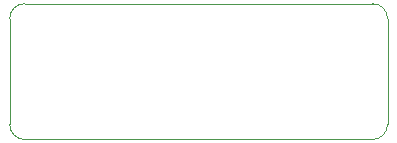
<source format=gbr>
%TF.GenerationSoftware,Altium Limited,Altium Designer,24.7.2 (38)*%
G04 Layer_Color=0*
%FSLAX45Y45*%
%MOMM*%
%TF.SameCoordinates,9ACD2C78-16F9-471E-BE13-A41C8B7133E8*%
%TF.FilePolarity,Positive*%
%TF.FileFunction,Profile,NP*%
%TF.Part,Single*%
G01*
G75*
%TA.AperFunction,Profile*%
%ADD20C,0.02540*%
D20*
X0Y127000D02*
G03*
X127000Y0I127000J0D01*
G01*
X3073000D01*
D02*
G03*
X3200000Y127000I0J127000D01*
G01*
Y1023000D01*
D02*
G03*
X3073000Y1150000I-127000J0D01*
G01*
X127000D01*
D02*
G03*
X0Y1023000I0J-127000D01*
G01*
Y127000D01*
%TF.MD5,610e0f04b4f2b75bb8ee749cc89dfb64*%
M02*

</source>
